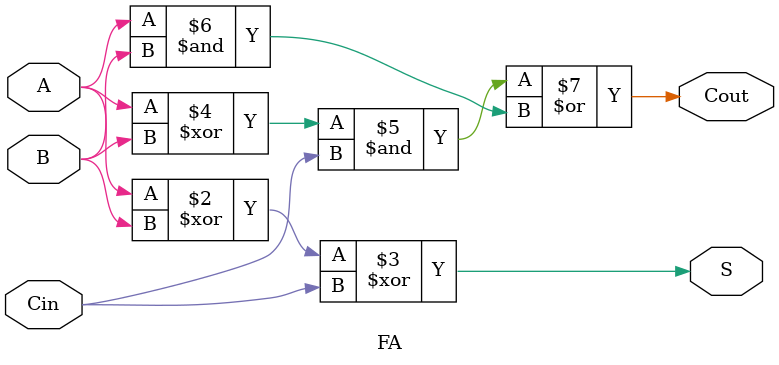
<source format=v>
module FA(
          input A, B, Cin,
          output reg S, Cout
        );
        
        
  always @(*) begin
    S = A ^ B ^ Cin;
    Cout = ((A^B)&(Cin)) | (A&B);
  end
     
endmodule
</source>
